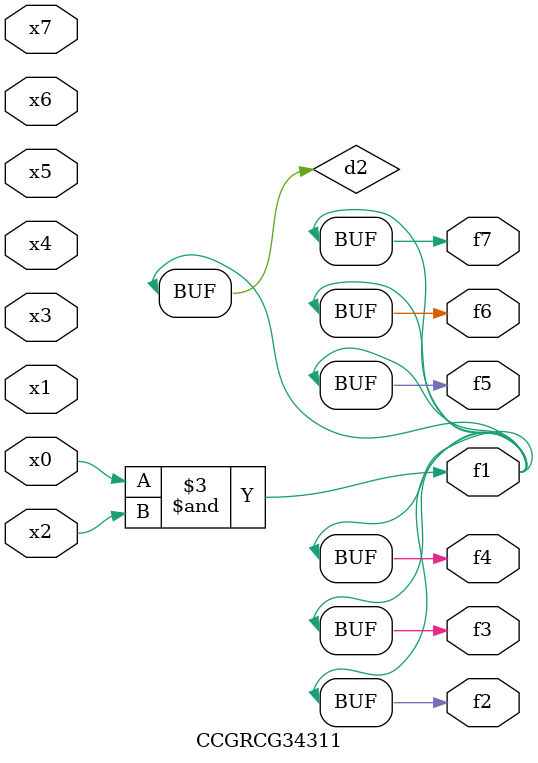
<source format=v>
module CCGRCG34311(
	input x0, x1, x2, x3, x4, x5, x6, x7,
	output f1, f2, f3, f4, f5, f6, f7
);

	wire d1, d2;

	nor (d1, x3, x6);
	and (d2, x0, x2);
	assign f1 = d2;
	assign f2 = d2;
	assign f3 = d2;
	assign f4 = d2;
	assign f5 = d2;
	assign f6 = d2;
	assign f7 = d2;
endmodule

</source>
